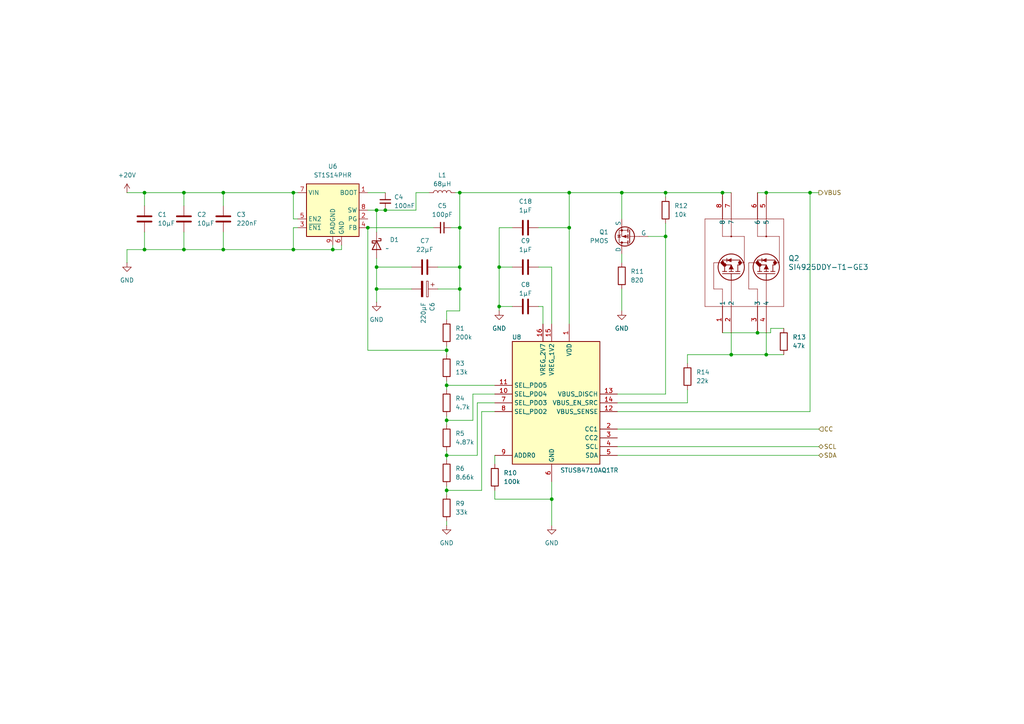
<source format=kicad_sch>
(kicad_sch (version 20231120) (generator "eeschema") (generator_version "8.0")
  (paper "A4")
  (lib_symbols
    (symbol "Device:C" (pin_numbers hide) (pin_names (offset 0.254))
      (property "Reference" "C" (at 0.635 2.54 0))
      (property "Value" "C" (at 0.635 -2.54 0))
      (symbol "C_0_1"
        (polyline (pts (xy -2.032 -0.762) (xy 2.032 -0.762)) (stroke (width 0.508)))
        (polyline (pts (xy -2.032 0.762) (xy 2.032 0.762)) (stroke (width 0.508)))
      )
      (symbol "C_1_1"
        (pin passive line (at 0 3.81 270) (length 2.794) (name "~") (number "1"))
        (pin passive line (at 0 -3.81 90) (length 2.794) (name "~") (number "2"))
      )
    )
    (symbol "Device:C_Polarized" (pin_numbers hide) (pin_names (offset 0.254))
      (property "Reference" "C" (at 0.635 2.54 0))
      (property "Value" "C_Polarized" (at 0.635 -2.54 0))
      (symbol "C_Polarized_0_1"
        (rectangle (start -2.286 0.508) (end 2.286 1.016))
        (polyline (pts (xy -1.778 2.286) (xy -0.762 2.286)))
        (polyline (pts (xy -1.27 2.794) (xy -1.27 1.778)))
        (rectangle (start 2.286 -0.508) (end -2.286 -1.016) (fill (type outline)))
      )
      (symbol "C_Polarized_1_1"
        (pin passive line (at 0 3.81 270) (length 2.794) (name "~") (number "1"))
        (pin passive line (at 0 -3.81 90) (length 2.794) (name "~") (number "2"))
      )
    )
    (symbol "Device:C_Small" (pin_numbers hide) (pin_names (offset 0.254) hide)
      (property "Reference" "C" (at 0.254 1.778 0))
      (property "Value" "C_Small" (at 0.254 -2.032 0))
      (symbol "C_Small_0_1"
        (polyline (pts (xy -1.524 -0.508) (xy 1.524 -0.508)) (stroke (width 0.3302)))
        (polyline (pts (xy -1.524 0.508) (xy 1.524 0.508)) (stroke (width 0.3048)))
      )
      (symbol "C_Small_1_1"
        (pin passive line (at 0 2.54 270) (length 2.032) (name "~") (number "1"))
        (pin passive line (at 0 -2.54 90) (length 2.032) (name "~") (number "2"))
      )
    )
    (symbol "Device:D_Schottky" (pin_numbers hide) (pin_names (offset 1.016) hide)
      (property "Reference" "D" (at 0 2.54 0))
      (property "Value" "D_Schottky" (at 0 -2.54 0))
      (symbol "D_Schottky_0_1"
        (polyline (pts (xy 1.27 0) (xy -1.27 0)))
        (polyline (pts (xy 1.27 1.27) (xy 1.27 -1.27) (xy -1.27 0) (xy 1.27 1.27)) (stroke (width 0.254)))
        (polyline (pts (xy -1.905 0.635) (xy -1.905 1.27) (xy -1.27 1.27) (xy -1.27 -1.27) (xy -0.635 -1.27) (xy -0.635 -0.635)) (stroke (width 0.254)))
      )
      (symbol "D_Schottky_1_1"
        (pin passive line (at -3.81 0 0) (length 2.54) (name "K") (number "1"))
        (pin passive line (at 3.81 0 180) (length 2.54) (name "A") (number "2"))
      )
    )
    (symbol "Device:L" (pin_numbers hide) (pin_names (offset 1.016) hide)
      (property "Reference" "L" (at -1.27 0 90))
      (property "Value" "L" (at 1.905 0 90))
      (symbol "L_0_1"
        (arc (start 0 -2.54) (mid 0.6323 -1.905) (end 0 -1.27))
        (arc (start 0 -1.27) (mid 0.6323 -0.635) (end 0 0))
        (arc (start 0 0) (mid 0.6323 0.635) (end 0 1.27))
        (arc (start 0 1.27) (mid 0.6323 1.905) (end 0 2.54))
      )
      (symbol "L_1_1"
        (pin passive line (at 0 3.81 270) (length 1.27) (name "1") (number "1"))
        (pin passive line (at 0 -3.81 90) (length 1.27) (name "2") (number "2"))
      )
    )
    (symbol "Device:R" (pin_numbers hide) (pin_names (offset 0))
      (property "Reference" "R" (at 2.032 0 90))
      (property "Value" "R" (at 0 0 90))
      (symbol "R_0_1"
        (rectangle (start -1.016 -2.54) (end 1.016 2.54) (stroke (width 0.254)))
      )
      (symbol "R_1_1"
        (pin passive line (at 0 3.81 270) (length 1.27) (name "~") (number "1"))
        (pin passive line (at 0 -3.81 90) (length 1.27) (name "~") (number "2"))
      )
    )
    (symbol "Regulator_Switching:ST1S14PHR"
      (property "Reference" "U6" (at 0 12.7 0))
      (property "Value" "ST1S14PHR" (at 0 10.16 0))
      (symbol "ST1S14PHR_0_1"
        (rectangle (start -7.62 7.62) (end 7.62 -7.62) (stroke (width 0.254)) (fill (type background)))
      )
      (symbol "ST1S14PHR_1_1"
        (pin input line (at 10.16 5.08 180) (length 2.54) (name "BOOT") (number "1"))
        (pin output line (at 10.16 -2.54 180) (length 2.54) (name "PG") (number "2"))
        (pin input line (at -10.16 -5.08 0) (length 2.54) (name "~{EN1}") (number "3"))
        (pin input line (at 10.16 -5.08 180) (length 2.54) (name "FB") (number "4"))
        (pin input line (at -10.16 -2.54 0) (length 2.54) (name "EN2") (number "5"))
        (pin power_in line (at 2.54 -10.16 90) (length 2.54) (name "GND") (number "6"))
        (pin power_in line (at -10.16 5.08 0) (length 2.54) (name "VIN") (number "7"))
        (pin output line (at 10.16 0 180) (length 2.54) (name "SW") (number "8"))
        (pin power_in line (at 0 -10.16 90) (length 2.54) (name "PADGND") (number "9"))
      )
    )
    (symbol "SI4925DDY-T1-GE3:SI4925DDY-T1-GE3" (pin_names (offset 0.254))
      (property "Reference" "MOSFET" (at 20.32 10.16 0))
      (property "Value" "SI4925DDY-T1-GE3" (at 20.32 7.62 0))
      (symbol "SI4925DDY-T1-GE3_0_1"
        (polyline (pts (xy 7.62 -17.78) (xy 33.02 -17.78)) (stroke (width 0.127)))
        (polyline (pts (xy 7.62 -12.7) (xy 15.24 -12.7)) (stroke (width 0.127)))
        (polyline (pts (xy 7.62 -10.16) (xy 12.7 -10.16)) (stroke (width 0.127)))
        (polyline (pts (xy 7.62 -2.54) (xy 15.24 -2.54)) (stroke (width 0.127)))
        (polyline (pts (xy 7.62 0) (xy 12.7 0)) (stroke (width 0.127)))
        (polyline (pts (xy 7.62 5.08) (xy 7.62 -17.78)) (stroke (width 0.127)))
        (polyline (pts (xy 12.7 -10.16) (xy 12.7 -7.62)) (stroke (width 0.127)))
        (polyline (pts (xy 12.7 -7.62) (xy 20.32 -7.62)) (stroke (width 0.127)))
        (polyline (pts (xy 12.7 0) (xy 12.7 2.54)) (stroke (width 0.127)))
        (polyline (pts (xy 12.7 2.54) (xy 20.32 2.54)) (stroke (width 0.127)))
        (polyline (pts (xy 15.24 -12.7) (xy 17.145 -12.7)) (stroke (width 0.2032)))
        (polyline (pts (xy 15.24 -2.54) (xy 17.145 -2.54)) (stroke (width 0.2032)))
        (polyline (pts (xy 17.145 -10.16) (xy 17.145 -15.24)) (stroke (width 0.2032)))
        (polyline (pts (xy 17.145 0) (xy 17.145 -5.08)) (stroke (width 0.2032)))
        (polyline (pts (xy 17.78 -14.605) (xy 19.685 -14.605)) (stroke (width 0.2032)))
        (polyline (pts (xy 17.78 -13.97) (xy 17.78 -15.24)) (stroke (width 0.2032)))
        (polyline (pts (xy 17.78 -12.7) (xy 19.685 -12.7)) (stroke (width 0.2032)))
        (polyline (pts (xy 17.78 -12.065) (xy 17.78 -13.335)) (stroke (width 0.2032)))
        (polyline (pts (xy 17.78 -10.795) (xy 19.685 -10.795)) (stroke (width 0.2032)))
        (polyline (pts (xy 17.78 -10.16) (xy 17.78 -11.43)) (stroke (width 0.2032)))
        (polyline (pts (xy 17.78 -4.445) (xy 19.685 -4.445)) (stroke (width 0.2032)))
        (polyline (pts (xy 17.78 -3.81) (xy 17.78 -5.08)) (stroke (width 0.2032)))
        (polyline (pts (xy 17.78 -2.54) (xy 19.685 -2.54)) (stroke (width 0.2032)))
        (polyline (pts (xy 17.78 -1.905) (xy 17.78 -3.175)) (stroke (width 0.2032)))
        (polyline (pts (xy 17.78 -0.635) (xy 19.685 -0.635)) (stroke (width 0.2032)))
        (polyline (pts (xy 17.78 0) (xy 17.78 -1.27)) (stroke (width 0.2032)))
        (polyline (pts (xy 19.685 -15.24) (xy 21.082 -15.24)) (stroke (width 0.2032)))
        (polyline (pts (xy 19.685 -14.605) (xy 19.685 -15.24)) (stroke (width 0.2032)))
        (polyline (pts (xy 19.685 -10.16) (xy 19.685 -12.7)) (stroke (width 0.2032)))
        (polyline (pts (xy 19.685 -10.16) (xy 21.082 -10.16)) (stroke (width 0.2032)))
        (polyline (pts (xy 19.685 -5.08) (xy 21.082 -5.08)) (stroke (width 0.2032)))
        (polyline (pts (xy 19.685 -4.445) (xy 19.685 -5.08)) (stroke (width 0.2032)))
        (polyline (pts (xy 19.685 0) (xy 19.685 -2.54)) (stroke (width 0.2032)))
        (polyline (pts (xy 19.685 0) (xy 21.082 0)) (stroke (width 0.2032)))
        (polyline (pts (xy 20.32 -15.24) (xy 20.32 -16.51)) (stroke (width 0.127)))
        (polyline (pts (xy 20.32 -7.62) (xy 20.32 -10.16)) (stroke (width 0.127)))
        (polyline (pts (xy 20.32 -5.08) (xy 20.32 -6.35)) (stroke (width 0.127)))
        (polyline (pts (xy 20.32 2.54) (xy 20.32 0)) (stroke (width 0.127)))
        (polyline (pts (xy 21.082 -10.16) (xy 21.082 -15.24)) (stroke (width 0.2032)))
        (polyline (pts (xy 21.082 0) (xy 21.082 -5.08)) (stroke (width 0.2032)))
        (polyline (pts (xy 21.59 -11.43) (xy 20.574 -11.43)) (stroke (width 0.2032)))
        (polyline (pts (xy 21.59 -1.27) (xy 20.574 -1.27)) (stroke (width 0.2032)))
        (polyline (pts (xy 27.94 -16.51) (xy 20.32 -16.51)) (stroke (width 0.127)))
        (polyline (pts (xy 27.94 -10.16) (xy 27.94 -16.51)) (stroke (width 0.127)))
        (polyline (pts (xy 27.94 -6.35) (xy 20.32 -6.35)) (stroke (width 0.127)))
        (polyline (pts (xy 27.94 0) (xy 27.94 -6.35)) (stroke (width 0.127)))
        (polyline (pts (xy 33.02 -17.78) (xy 33.02 5.08)) (stroke (width 0.127)))
        (polyline (pts (xy 33.02 -12.7) (xy 27.94 -12.7)) (stroke (width 0.127)))
        (polyline (pts (xy 33.02 -10.16) (xy 27.94 -10.16)) (stroke (width 0.127)))
        (polyline (pts (xy 33.02 -2.54) (xy 27.94 -2.54)) (stroke (width 0.127)))
        (polyline (pts (xy 33.02 0) (xy 27.94 0)) (stroke (width 0.127)))
        (polyline (pts (xy 33.02 5.08) (xy 7.62 5.08)) (stroke (width 0.127)))
        (polyline (pts (xy 18.415 -13.335) (xy 19.685 -12.7) (xy 18.415 -12.065)) (fill (type outline)))
        (polyline (pts (xy 18.415 -3.175) (xy 19.685 -2.54) (xy 18.415 -1.905)) (fill (type outline)))
        (polyline (pts (xy 21.59 -12.7) (xy 20.574 -12.7) (xy 21.082 -11.43)) (fill (type outline)))
        (polyline (pts (xy 21.59 -2.54) (xy 20.574 -2.54) (xy 21.082 -1.27)) (fill (type outline)))
        (circle (center 19.05 -12.7) (radius 3.81) (stroke (width 0.254)))
        (circle (center 19.05 -2.54) (radius 3.81) (stroke (width 0.254)))
        (circle (center 19.685 -10.795) (radius 0.0254) (stroke (width 0.508)))
        (circle (center 19.685 -0.635) (radius 0.0254) (stroke (width 0.508)))
        (circle (center 20.32 -15.24) (radius 0.0254) (stroke (width 0.508)))
        (circle (center 20.32 -10.16) (radius 0.0254) (stroke (width 0.508)))
        (circle (center 20.32 -5.08) (radius 0.0254) (stroke (width 0.508)))
        (circle (center 20.32 0) (radius 0.0254) (stroke (width 0.508)))
        (circle (center 27.94 -12.7) (radius 0.127) (stroke (width 0.254)))
        (circle (center 27.94 -2.54) (radius 0.127) (stroke (width 0.254)))
        (pin unspecified line (at 0 0 0) (length 7.62) (name "1") (number "1"))
        (pin unspecified line (at 0 -2.54 0) (length 7.62) (name "2") (number "2"))
        (pin unspecified line (at 0 -10.16 0) (length 7.62) (name "3") (number "3"))
        (pin unspecified line (at 0 -12.7 0) (length 7.62) (name "4") (number "4"))
        (pin unspecified line (at 40.64 -12.7 180) (length 7.62) (name "5") (number "5"))
        (pin unspecified line (at 40.64 -10.16 180) (length 7.62) (name "6") (number "6"))
        (pin unspecified line (at 40.64 -2.54 180) (length 7.62) (name "7") (number "7"))
        (pin unspecified line (at 40.64 0 180) (length 7.62) (name "8") (number "8"))
      )
    )
    (symbol "STUSB4710AQ1TR:STUSB4710AQ1TR"
      (property "Reference" "U8" (at 6.35 13.97 0))
      (property "Value" "STUSB4710AQ1TR" (at 27.432 -24.638 0))
      (symbol "STUSB4710AQ1TR_1_1"
        (rectangle (start 5.08 12.7) (end 30.48 -22.86) (stroke (width 0.254)) (fill (type background)))
        (pin passive line (at 21.59 17.78 270) (length 5.08) (name "VDD") (number "1"))
        (pin passive line (at 0 -2.54 0) (length 5.08) (name "SEL_PDO4") (number "10"))
        (pin passive line (at 0 0 0) (length 5.08) (name "SEL_PDO5") (number "11"))
        (pin passive line (at 35.56 -7.62 180) (length 5.08) (name "VBUS_SENSE") (number "12"))
        (pin passive line (at 35.56 -2.54 180) (length 5.08) (name "VBUS_DISCH") (number "13"))
        (pin passive line (at 35.56 -5.08 180) (length 5.08) (name "VBUS_EN_SRC") (number "14"))
        (pin passive line (at 16.51 17.78 270) (length 5.08) (name "VREG_1V2") (number "15"))
        (pin passive line (at 13.97 17.78 270) (length 5.08) (name "VREG_2V7") (number "16"))
        (pin passive line (at 35.56 -12.7 180) (length 5.08) (name "CC1") (number "2"))
        (pin passive line (at 35.56 -15.24 180) (length 5.08) (name "CC2") (number "3"))
        (pin passive line (at 35.56 -17.78 180) (length 5.08) (name "SCL") (number "4"))
        (pin passive line (at 35.56 -20.32 180) (length 5.08) (name "SDA") (number "5"))
        (pin passive line (at 16.51 -27.94 90) (length 5.08) (name "GND") (number "6"))
        (pin passive line (at 0 -5.08 0) (length 5.08) (name "SEL_PDO3") (number "7"))
        (pin passive line (at 0 -7.62 0) (length 5.08) (name "SEL_PDO2") (number "8"))
        (pin passive line (at 0 -20.32 0) (length 5.08) (name "ADDR0") (number "9"))
      )
    )
    (symbol "Simulation_SPICE:PMOS" (pin_numbers hide) (pin_names (offset 0))
      (property "Reference" "Q" (at 5.08 1.27 0))
      (property "Value" "PMOS" (at 5.08 -1.27 0))
      (symbol "PMOS_0_1"
        (polyline (pts (xy 0.254 0) (xy -2.54 0)))
        (polyline (pts (xy 0.254 1.905) (xy 0.254 -1.905)) (stroke (width 0.254)))
        (polyline (pts (xy 0.762 -1.27) (xy 0.762 -2.286)) (stroke (width 0.254)))
        (polyline (pts (xy 0.762 0.508) (xy 0.762 -0.508)) (stroke (width 0.254)))
        (polyline (pts (xy 0.762 2.286) (xy 0.762 1.27)) (stroke (width 0.254)))
        (polyline (pts (xy 2.54 2.54) (xy 2.54 1.778)))
        (polyline (pts (xy 2.54 -2.54) (xy 2.54 0) (xy 0.762 0)))
        (polyline (pts (xy 0.762 1.778) (xy 3.302 1.778) (xy 3.302 -1.778) (xy 0.762 -1.778)))
        (polyline (pts (xy 2.286 0) (xy 1.27 0.381) (xy 1.27 -0.381) (xy 2.286 0)) (fill (type outline)))
        (polyline (pts (xy 2.794 -0.508) (xy 2.921 -0.381) (xy 3.683 -0.381) (xy 3.81 -0.254)))
        (polyline (pts (xy 3.302 -0.381) (xy 2.921 0.254) (xy 3.683 0.254) (xy 3.302 -0.381)))
        (circle (center 1.651 0) (radius 2.794) (stroke (width 0.254)))
        (circle (center 2.54 -1.778) (radius 0.254) (fill (type outline)))
        (circle (center 2.54 1.778) (radius 0.254) (fill (type outline)))
      )
      (symbol "PMOS_1_1"
        (pin passive line (at 2.54 5.08 270) (length 2.54) (name "D") (number "1"))
        (pin input line (at -5.08 0 0) (length 2.54) (name "G") (number "2"))
        (pin passive line (at 2.54 -5.08 90) (length 2.54) (name "S") (number "3"))
      )
    )
    (symbol "XG_Mobile:+20V" (power) (pin_numbers hide) (pin_names (offset 0) hide)
      (property "Value" "+20V" (at 0 3.556 0))
      (symbol "+20V_0_1"
        (polyline (pts (xy -0.762 1.27) (xy 0 2.54)))
        (polyline (pts (xy 0 0) (xy 0 2.54)))
        (polyline (pts (xy 0 2.54) (xy 0.762 1.27)))
      )
      (symbol "+20V_1_1"
        (pin power_in line (at 0 0 90) (length 0) (name "~") (number "1"))
      )
    )
    (symbol "power:GND" (power) (pin_numbers hide) (pin_names (offset 0) hide)
      (property "Value" "GND" (at 0 -3.81 0))
      (symbol "GND_0_1"
        (polyline (pts (xy 0 0) (xy 0 -1.27) (xy 1.27 -1.27) (xy 0 -2.54) (xy -1.27 -1.27) (xy 0 -1.27)))
      )
      (symbol "GND_1_1"
        (pin power_in line (at 0 0 270) (length 0) (name "~") (number "1"))
      )
    )
  )
  (junction (at 129.54 121.92))
  (junction (at 129.54 132.08))
  (junction (at 129.54 111.76))
  (junction (at 212.09 102.87))
  (junction (at 53.34 72.39))
  (junction (at 144.78 77.47))
  (junction (at 222.25 55.88))
  (junction (at 219.71 96.52))
  (junction (at 180.34 55.88))
  (junction (at 133.35 55.88))
  (junction (at 106.68 66.04))
  (junction (at 222.25 102.87))
  (junction (at 129.54 101.6))
  (junction (at 64.77 55.88))
  (junction (at 234.95 55.88))
  (junction (at 109.22 83.82))
  (junction (at 193.04 68.58))
  (junction (at 64.77 72.39))
  (junction (at 53.34 55.88))
  (junction (at 133.35 77.47))
  (junction (at 85.09 72.39))
  (junction (at 111.76 60.96))
  (junction (at 160.02 144.78))
  (junction (at 209.55 55.88))
  (junction (at 165.1 55.88))
  (junction (at 41.91 72.39))
  (junction (at 85.09 55.88))
  (junction (at 133.35 66.04))
  (junction (at 133.35 83.82))
  (junction (at 96.52 72.39))
  (junction (at 165.1 66.04))
  (junction (at 193.04 55.88))
  (junction (at 41.91 55.88))
  (junction (at 109.22 60.96))
  (junction (at 144.78 88.9))
  (junction (at 129.54 142.24))
  (junction (at 109.22 77.47))
  (wire (pts (xy 129.54 142.24) (xy 129.54 143.51)))
  (wire (pts (xy 143.51 114.3) (xy 137.16 114.3)))
  (wire (pts (xy 157.48 88.9) (xy 156.21 88.9)))
  (wire (pts (xy 41.91 72.39) (xy 36.83 72.39)))
  (wire (pts (xy 222.25 55.88) (xy 234.95 55.88)))
  (wire (pts (xy 53.34 67.31) (xy 53.34 72.39)))
  (wire (pts (xy 133.35 77.47) (xy 133.35 83.82)))
  (wire (pts (xy 209.55 96.52) (xy 219.71 96.52)))
  (wire (pts (xy 129.54 90.17) (xy 133.35 90.17)))
  (wire (pts (xy 160.02 144.78) (xy 160.02 152.4)))
  (wire (pts (xy 212.09 102.87) (xy 212.09 96.52)))
  (wire (pts (xy 85.09 63.5) (xy 85.09 55.88)))
  (wire (pts (xy 99.06 72.39) (xy 96.52 72.39)))
  (wire (pts (xy 143.51 119.38) (xy 139.7 119.38)))
  (wire (pts (xy 129.54 101.6) (xy 129.54 102.87)))
  (wire (pts (xy 111.76 60.96) (xy 120.65 60.96)))
  (wire (pts (xy 53.34 55.88) (xy 41.91 55.88)))
  (wire (pts (xy 129.54 92.71) (xy 129.54 90.17)))
  (wire (pts (xy 193.04 55.88) (xy 209.55 55.88)))
  (wire (pts (xy 106.68 60.96) (xy 109.22 60.96)))
  (wire (pts (xy 127 83.82) (xy 133.35 83.82)))
  (wire (pts (xy 165.1 93.98) (xy 165.1 66.04)))
  (wire (pts (xy 129.54 100.33) (xy 129.54 101.6)))
  (wire (pts (xy 129.54 142.24) (xy 129.54 140.97)))
  (wire (pts (xy 209.55 55.88) (xy 212.09 55.88)))
  (wire (pts (xy 144.78 77.47) (xy 144.78 88.9)))
  (wire (pts (xy 109.22 83.82) (xy 109.22 87.63)))
  (wire (pts (xy 99.06 71.12) (xy 99.06 72.39)))
  (wire (pts (xy 129.54 101.6) (xy 106.68 101.6)))
  (wire (pts (xy 129.54 151.13) (xy 129.54 152.4)))
  (wire (pts (xy 138.43 116.84) (xy 138.43 132.08)))
  (wire (pts (xy 133.35 55.88) (xy 165.1 55.88)))
  (wire (pts (xy 137.16 121.92) (xy 129.54 121.92)))
  (wire (pts (xy 41.91 55.88) (xy 41.91 59.69)))
  (wire (pts (xy 129.54 132.08) (xy 129.54 130.81)))
  (wire (pts (xy 193.04 114.3) (xy 193.04 68.58)))
  (wire (pts (xy 86.36 63.5) (xy 85.09 63.5)))
  (wire (pts (xy 64.77 67.31) (xy 64.77 72.39)))
  (wire (pts (xy 106.68 55.88) (xy 111.76 55.88)))
  (wire (pts (xy 179.07 124.46) (xy 237.49 124.46)))
  (wire (pts (xy 53.34 59.69) (xy 53.34 55.88)))
  (wire (pts (xy 180.34 83.82) (xy 180.34 90.17)))
  (wire (pts (xy 132.08 55.88) (xy 133.35 55.88)))
  (wire (pts (xy 199.39 105.41) (xy 199.39 102.87)))
  (wire (pts (xy 180.34 55.88) (xy 193.04 55.88)))
  (wire (pts (xy 36.83 55.88) (xy 41.91 55.88)))
  (wire (pts (xy 199.39 116.84) (xy 199.39 113.03)))
  (wire (pts (xy 165.1 55.88) (xy 165.1 66.04)))
  (wire (pts (xy 64.77 59.69) (xy 64.77 55.88)))
  (wire (pts (xy 219.71 96.52) (xy 223.52 96.52)))
  (wire (pts (xy 179.07 132.08) (xy 237.49 132.08)))
  (wire (pts (xy 138.43 132.08) (xy 129.54 132.08)))
  (wire (pts (xy 129.54 121.92) (xy 129.54 123.19)))
  (wire (pts (xy 96.52 71.12) (xy 96.52 72.39)))
  (wire (pts (xy 109.22 60.96) (xy 111.76 60.96)))
  (wire (pts (xy 127 77.47) (xy 133.35 77.47)))
  (wire (pts (xy 86.36 66.04) (xy 85.09 66.04)))
  (wire (pts (xy 222.25 102.87) (xy 222.25 96.52)))
  (wire (pts (xy 179.07 119.38) (xy 234.95 119.38)))
  (wire (pts (xy 165.1 55.88) (xy 180.34 55.88)))
  (wire (pts (xy 160.02 77.47) (xy 156.21 77.47)))
  (wire (pts (xy 179.07 116.84) (xy 199.39 116.84)))
  (wire (pts (xy 120.65 55.88) (xy 124.46 55.88)))
  (wire (pts (xy 133.35 66.04) (xy 130.81 66.04)))
  (wire (pts (xy 160.02 93.98) (xy 160.02 77.47)))
  (wire (pts (xy 160.02 139.7) (xy 160.02 144.78)))
  (wire (pts (xy 180.34 73.66) (xy 180.34 76.2)))
  (wire (pts (xy 133.35 66.04) (xy 133.35 77.47)))
  (wire (pts (xy 148.59 66.04) (xy 144.78 66.04)))
  (wire (pts (xy 139.7 119.38) (xy 139.7 142.24)))
  (wire (pts (xy 85.09 55.88) (xy 86.36 55.88)))
  (wire (pts (xy 109.22 74.93) (xy 109.22 77.47)))
  (wire (pts (xy 96.52 72.39) (xy 85.09 72.39)))
  (wire (pts (xy 143.51 116.84) (xy 138.43 116.84)))
  (wire (pts (xy 53.34 55.88) (xy 64.77 55.88)))
  (wire (pts (xy 133.35 66.04) (xy 133.35 55.88)))
  (wire (pts (xy 144.78 88.9) (xy 144.78 90.17)))
  (wire (pts (xy 193.04 57.15) (xy 193.04 55.88)))
  (wire (pts (xy 144.78 66.04) (xy 144.78 77.47)))
  (wire (pts (xy 129.54 132.08) (xy 129.54 133.35)))
  (wire (pts (xy 199.39 102.87) (xy 212.09 102.87)))
  (wire (pts (xy 139.7 142.24) (xy 129.54 142.24)))
  (wire (pts (xy 143.51 144.78) (xy 160.02 144.78)))
  (wire (pts (xy 106.68 101.6) (xy 106.68 66.04)))
  (wire (pts (xy 157.48 93.98) (xy 157.48 88.9)))
  (wire (pts (xy 179.07 129.54) (xy 237.49 129.54)))
  (wire (pts (xy 106.68 66.04) (xy 125.73 66.04)))
  (wire (pts (xy 219.71 55.88) (xy 222.25 55.88)))
  (wire (pts (xy 129.54 110.49) (xy 129.54 111.76)))
  (wire (pts (xy 85.09 72.39) (xy 64.77 72.39)))
  (wire (pts (xy 148.59 77.47) (xy 144.78 77.47)))
  (wire (pts (xy 234.95 119.38) (xy 234.95 55.88)))
  (wire (pts (xy 137.16 114.3) (xy 137.16 121.92)))
  (wire (pts (xy 193.04 68.58) (xy 193.04 64.77)))
  (wire (pts (xy 234.95 55.88) (xy 237.49 55.88)))
  (wire (pts (xy 143.51 132.08) (xy 143.51 134.62)))
  (wire (pts (xy 64.77 55.88) (xy 85.09 55.88)))
  (wire (pts (xy 143.51 111.76) (xy 129.54 111.76)))
  (wire (pts (xy 223.52 95.25) (xy 227.33 95.25)))
  (wire (pts (xy 222.25 102.87) (xy 227.33 102.87)))
  (wire (pts (xy 85.09 66.04) (xy 85.09 72.39)))
  (wire (pts (xy 133.35 83.82) (xy 133.35 90.17)))
  (wire (pts (xy 41.91 67.31) (xy 41.91 72.39)))
  (wire (pts (xy 143.51 142.24) (xy 143.51 144.78)))
  (wire (pts (xy 64.77 72.39) (xy 53.34 72.39)))
  (wire (pts (xy 109.22 77.47) (xy 109.22 83.82)))
  (wire (pts (xy 148.59 88.9) (xy 144.78 88.9)))
  (wire (pts (xy 223.52 95.25) (xy 223.52 96.52)))
  (wire (pts (xy 36.83 72.39) (xy 36.83 76.2)))
  (wire (pts (xy 109.22 60.96) (xy 109.22 67.31)))
  (wire (pts (xy 179.07 114.3) (xy 193.04 114.3)))
  (wire (pts (xy 180.34 55.88) (xy 180.34 63.5)))
  (wire (pts (xy 212.09 102.87) (xy 222.25 102.87)))
  (wire (pts (xy 129.54 111.76) (xy 129.54 113.03)))
  (wire (pts (xy 165.1 66.04) (xy 156.21 66.04)))
  (wire (pts (xy 187.96 68.58) (xy 193.04 68.58)))
  (wire (pts (xy 120.65 60.96) (xy 120.65 55.88)))
  (wire (pts (xy 109.22 77.47) (xy 119.38 77.47)))
  (wire (pts (xy 53.34 72.39) (xy 41.91 72.39)))
  (wire (pts (xy 129.54 121.92) (xy 129.54 120.65)))
  (wire (pts (xy 109.22 83.82) (xy 119.38 83.82)))
  (hierarchical_label "SCL" (shape bidirectional) (at 237.49 129.54 0))
  (hierarchical_label "CC" (shape input) (at 237.49 124.46 0))
  (hierarchical_label "VBUS" (shape output) (at 237.49 55.88 0))
  (hierarchical_label "SDA" (shape bidirectional) (at 237.49 132.08 0))
  (symbol (lib_id "Device:R") (at 143.51 138.43 0) (unit 1)
    (property "Reference" "R10" (at 146.05 137.1599 0) (effects (justify left)))
    (property "Value" "100k" (at 146.05 139.6999 0) (effects (justify left)))
    (property "Footprint" "Resistor_SMD:R_0402_1005Metric" (effects (hide yes)))
    (property "Description" "Resistor" (effects (hide yes)))
    (property "LCSC" "C25741" (effects (hide yes)))
    (property "Part_Number" "0402WGF1003TCE" (effects (hide yes)))
  )
  (symbol (lib_id "Regulator_Switching:ST1S14PHR") (at 96.52 60.96 0) (unit 1)
    (property "Reference" "U6" (at 96.52 48.26 0))
    (property "Value" "ST1S14PHR" (at 96.52 50.8 0))
    (property "Footprint" "Package_SO:TI_SO-PowerPAD-8" (effects (hide yes)))
    (property "Datasheet" "http://www.st.com/internet/com/TECHNICAL_RESOURCES/TECHNICAL_LITERATURE/DATASHEET/CD00285678.pdf" (effects (hide yes)))
    (property "Description" "3A step-down switching regulator, Adjustable Output Voltage, 5.5-48V Input Voltage, 850kHz, PowerSO-8" (effects (hide yes)))
  )
  (symbol (lib_id "Device:C_Small") (at 128.27 66.04 270) (unit 1)
    (property "Reference" "C5" (at 128.2636 59.69 90))
    (property "Value" "100pF" (at 128.2636 62.23 90))
    (property "Footprint" "Capacitor_SMD:C_0402_1005Metric" (effects (hide yes)))
    (property "Description" "Unpolarized capacitor, small symbol" (effects (hide yes)))
    (property "Part_Number" "0402CG101J500NT" (effects (hide yes)))
    (property "LCSC" "C1546" (effects (hide yes)))
  )
  (symbol (lib_id "Device:C") (at 41.91 63.5 0) (unit 1)
    (property "Reference" "C1" (at 45.72 62.2299 0) (effects (justify left)))
    (property "Value" "10µF" (at 45.72 64.7699 0) (effects (justify left)))
    (property "Footprint" "Capacitor_SMD:C_1206_3216Metric" (effects (hide yes)))
    (property "Description" "Unpolarized capacitor" (effects (hide yes)))
    (property "Part_Number" "CL31A106KBHNNNE" (effects (hide yes)))
    (property "LCSC" "C13585" (effects (hide yes)))
  )
  (symbol (lib_id "Device:C") (at 152.4 77.47 90) (unit 1)
    (property "Reference" "C9" (at 152.4 69.85 90))
    (property "Value" "1μF" (at 152.4 72.39 90))
    (property "Footprint" "Capacitor_SMD:C_0805_2012Metric" (effects (hide yes)))
    (property "Description" "Unpolarized capacitor" (effects (hide yes)))
    (property "Part_Number" "CL21B105KBFNNNE" (effects (hide yes)))
    (property "LCSC" "C28323" (effects (hide yes)))
  )
  (symbol (lib_id "Device:C") (at 53.34 63.5 0) (unit 1)
    (property "Reference" "C2" (at 57.15 62.2299 0) (effects (justify left)))
    (property "Value" "10µF" (at 57.15 64.7699 0) (effects (justify left)))
    (property "Footprint" "Capacitor_SMD:C_1206_3216Metric" (effects (hide yes)))
    (property "Description" "Unpolarized capacitor" (effects (hide yes)))
    (property "Part_Number" "CL31A106KBHNNNE" (effects (hide yes)))
    (property "LCSC" "C13585" (effects (hide yes)))
  )
  (symbol (lib_id "power:GND") (at 129.54 152.4 0) (unit 1)
    (property "Reference" "#PWR04" (effects (hide yes)))
    (property "Value" "GND" (at 129.54 157.48 0))
    (property "Description" "Power symbol creates a global label with name \"GND\" , ground" (effects (hide yes)))
  )
  (symbol (lib_id "Device:D_Schottky") (at 109.22 71.12 270) (unit 1)
    (property "Reference" "D1" (at 113.03 69.5324 90) (effects (justify left)))
    (property "Value" "~" (at 111.76 72.0724 90) (effects (justify left)))
    (property "Footprint" "Package_TO_SOT_SMD:TO-252-2" (effects (hide yes)))
    (property "Description" "Schottky diode" (effects (hide yes)))
    (property "Part_Number" "STPS5L25B" (effects (hide yes)))
    (property "LCSC" "C172489" (effects (hide yes)))
  )
  (symbol (lib_id "Device:R") (at 129.54 96.52 180) (unit 1)
    (property "Reference" "R1" (at 132.08 95.2499 0) (effects (justify right)))
    (property "Value" "200k" (at 132.08 97.7899 0) (effects (justify right)))
    (property "Footprint" "Resistor_SMD:R_0603_1608Metric_Pad0.98x0.95mm_HandSolder" (effects (hide yes)))
    (property "Description" "Resistor" (effects (hide yes)))
    (property "Part_Number" "0603WAF2003T5E" (effects (hide yes)))
    (property "LCSC" "C25811" (effects (hide yes)))
  )
  (symbol (lib_id "Device:R") (at 129.54 147.32 0) (unit 1)
    (property "Reference" "R9" (at 132.08 146.0499 0) (effects (justify left)))
    (property "Value" "33k" (at 132.08 148.5899 0) (effects (justify left)))
    (property "Footprint" "Resistor_SMD:R_0603_1608Metric_Pad0.98x0.95mm_HandSolder" (effects (hide yes)))
    (property "Description" "Resistor" (effects (hide yes)))
    (property "Part_Number" "0603WAF3302T5E" (effects (hide yes)))
    (property "LCSC" "C4216" (effects (hide yes)))
  )
  (symbol (lib_id "STUSB4710AQ1TR:STUSB4710AQ1TR") (at 143.51 111.76 0) (unit 1)
    (property "Reference" "U8" (at 149.86 97.79 0))
    (property "Value" "STUSB4710AQ1TR" (at 170.942 136.398 0))
    (property "Footprint" "STUSB4710AQ1TR:QFN50P300X300X65-16N" (effects (hide yes)))
    (property "Datasheet" "https://www.st.com/resource/en/datasheet/stusb4710.pdf" (effects (hide yes)))
    (property "Description" "Stand-alone USB PD controller (with short-to-VBUS protection)" (effects (hide yes)))
    (property "Height" "0.65" (effects (hide yes)))
    (property "Manufacturer_Name" "STMicroelectronics" (effects (hide yes)))
    (property "Manufacturer_Part_Number" "STUSB4710AQ1TR" (effects (hide yes)))
    (property "Mouser Part Number" "511-STUSB4710AQ1TR" (effects (hide yes)))
    (property "Mouser Price/Stock" "https://www.mouser.co.uk/ProductDetail/STMicroelectronics/STUSB4710AQ1TR?qs=5aG0NVq1C4yCe%252Bv%252Bl%252BvPOA%3D%3D" (effects (hide yes)))
    (property "Arrow Part Number" "STUSB4710AQ1TR" (effects (hide yes)))
    (property "Arrow Price/Stock" "https://www.arrow.com/en/products/stusb4710aq1tr/stmicroelectronics?region=nac" (effects (hide yes)))
  )
  (symbol (lib_id "Device:R") (at 193.04 60.96 0) (unit 1)
    (property "Reference" "R12" (at 195.58 59.6899 0) (effects (justify left)))
    (property "Value" "10k" (at 195.58 62.2299 0) (effects (justify left)))
    (property "Footprint" "Resistor_SMD:R_0402_1005Metric" (effects (hide yes)))
    (property "Description" "Resistor" (effects (hide yes)))
    (property "Part_Number" "0402WGF1002TCE" (effects (hide yes)))
    (property "LCSC" "C25744" (effects (hide yes)))
  )
  (symbol (lib_id "Simulation_SPICE:PMOS") (at 182.88 68.58 180) (unit 1)
    (property "Reference" "Q1" (at 176.53 67.3099 0) (effects (justify left)))
    (property "Value" "PMOS" (at 176.53 69.8499 0) (effects (justify left)))
    (property "Footprint" "Package_TO_SOT_SMD:SOT-23" (effects (hide yes)))
    (property "Datasheet" "https://ngspice.sourceforge.io/docs/ngspice-html-manual/manual.xhtml#cha_MOSFETs" (effects (hide yes)))
    (property "Description" "P-MOSFET transistor, drain/source/gate" (effects (hide yes)))
    (property "Sim.Device" "PMOS" (effects (hide yes)))
    (property "Sim.Type" "VDMOS" (effects (hide yes)))
    (property "Sim.Pins" "1=D 2=G 3=S" (effects (hide yes)))
    (property "Part_Number" "STR2P3LLH6" (effects (hide yes)))
    (property "LCSC" "C2969791" (effects (hide yes)))
  )
  (symbol (lib_id "Device:C_Small") (at 111.76 58.42 0) (unit 1)
    (property "Reference" "C4" (at 114.3 57.1562 0) (effects (justify left)))
    (property "Value" "100nF" (at 114.3 59.6962 0) (effects (justify left)))
    (property "Footprint" "Capacitor_SMD:C_0402_1005Metric" (effects (hide yes)))
    (property "Description" "Unpolarized capacitor, small symbol" (effects (hide yes)))
    (property "Part_Number" "CL05B104KB54PNC" (effects (hide yes)))
    (property "LCSC" "C307331" (effects (hide yes)))
  )
  (symbol (lib_id "power:GND") (at 109.22 87.63 0) (unit 1)
    (property "Reference" "#PWR03" (effects (hide yes)))
    (property "Value" "GND" (at 109.22 92.71 0))
    (property "Description" "Power symbol creates a global label with name \"GND\" , ground" (effects (hide yes)))
  )
  (symbol (lib_id "Device:R") (at 199.39 109.22 0) (unit 1)
    (property "Reference" "R14" (at 201.93 107.9499 0) (effects (justify left)))
    (property "Value" "22k" (at 201.93 110.4899 0) (effects (justify left)))
    (property "Footprint" "Resistor_SMD:R_0402_1005Metric" (effects (hide yes)))
    (property "Description" "Resistor" (effects (hide yes)))
    (property "Part_Number" "0402WGF2202TCE" (effects (hide yes)))
    (property "LCSC" "C25768" (effects (hide yes)))
  )
  (symbol (lib_id "Device:C") (at 123.19 77.47 90) (unit 1)
    (property "Reference" "C7" (at 123.19 69.85 90))
    (property "Value" "22μF" (at 123.19 72.39 90))
    (property "Footprint" "Capacitor_SMD:C_0805_2012Metric" (effects (hide yes)))
    (property "Description" "Unpolarized capacitor" (effects (hide yes)))
    (property "Part_Number" "CL21A226MAQNNNE" (effects (hide yes)))
    (property "LCSC" "C45783" (effects (hide yes)))
  )
  (symbol (lib_id "XG_Mobile:+20V") (at 36.83 55.88 0) (unit 1)
    (property "Reference" "#PWR01" (effects (hide yes)))
    (property "Value" "+20V" (at 36.83 50.8 0))
    (property "Description" "Power symbol creates a global label with name \"+20V\"" (effects (hide yes)))
  )
  (symbol (lib_id "power:GND") (at 36.83 76.2 0) (unit 1)
    (property "Reference" "#PWR02" (effects (hide yes)))
    (property "Value" "GND" (at 36.83 81.28 0))
    (property "Description" "Power symbol creates a global label with name \"GND\" , ground" (effects (hide yes)))
  )
  (symbol (lib_id "Device:R") (at 129.54 116.84 0) (unit 1)
    (property "Reference" "R4" (at 132.08 115.5699 0) (effects (justify left)))
    (property "Value" "4.7k" (at 132.08 118.1099 0) (effects (justify left)))
    (property "Footprint" "Resistor_SMD:R_0603_1608Metric_Pad0.98x0.95mm_HandSolder" (effects (hide yes)))
    (property "Description" "Resistor" (effects (hide yes)))
    (property "Part_Number" "0603WAF4701T5E" (effects (hide yes)))
    (property "LCSC" "C23162" (effects (hide yes)))
  )
  (symbol (lib_id "Device:R") (at 129.54 137.16 0) (unit 1)
    (property "Reference" "R6" (at 132.08 135.8899 0) (effects (justify left)))
    (property "Value" "8.66k" (at 132.08 138.4299 0) (effects (justify left)))
    (property "Footprint" "Resistor_SMD:R_0603_1608Metric_Pad0.98x0.95mm_HandSolder" (effects (hide yes)))
    (property "Description" "Resistor" (effects (hide yes)))
    (property "Part_Number" "0603WAF8661T5E" (effects (hide yes)))
    (property "LCSC" "C23114" (effects (hide yes)))
  )
  (symbol (lib_id "Device:C_Polarized") (at 123.19 83.82 270) (unit 1)
    (property "Reference" "C6" (at 125.3491 87.63 0) (effects (justify left)))
    (property "Value" "220μF" (at 122.8091 87.63 0) (effects (justify left)))
    (property "Footprint" "Capacitor_THT:CP_Radial_D8.0mm_P3.50mm" (effects (hide yes)))
    (property "Description" "Polarized capacitor" (effects (hide yes)))
    (property "Part_Number" "860020574012" (effects (hide yes)))
  )
  (symbol (lib_id "Device:L") (at 128.27 55.88 90) (unit 1)
    (property "Reference" "L1" (at 128.27 50.8 90))
    (property "Value" "68μH" (at 128.27 53.34 90))
    (property "Footprint" "Inductor_SMD:L_Wuerth_WE-PD-Typ-LS" (effects (hide yes)))
    (property "Description" "Inductor" (effects (hide yes)))
    (property "Part_Number" "7447709680" (effects (hide yes)))
    (property "LCSC" "C5155055" (effects (hide yes)))
  )
  (symbol (lib_id "Device:R") (at 129.54 127 0) (unit 1)
    (property "Reference" "R5" (at 132.08 125.7299 0) (effects (justify left)))
    (property "Value" "4.87k" (at 132.08 128.2699 0) (effects (justify left)))
    (property "Footprint" "Resistor_SMD:R_0603_1608Metric_Pad0.98x0.95mm_HandSolder" (effects (hide yes)))
    (property "Description" "Resistor" (effects (hide yes)))
    (property "Part_Number" "0603WAF4871T5E" (effects (hide yes)))
    (property "LCSC" "C23045" (effects (hide yes)))
  )
  (symbol (lib_id "SI4925DDY-T1-GE3:SI4925DDY-T1-GE3") (at 209.55 96.52 90) (unit 1)
    (property "Reference" "Q2" (at 228.6 74.9299 90) (effects (font (size 1.524 1.524)) (justify right)))
    (property "Value" "SI4925DDY-T1-GE3" (at 228.6 77.4699 90) (effects (font (size 1.524 1.524)) (justify right)))
    (property "Footprint" "SI4925DDY-T1-GE3:SOIC8_NARROW" (effects (hide yes)))
    (property "Datasheet" "SI4925DDY-T1-GE3" (effects (hide yes)))
    (property "Part_Number" "SI4925DDY-T1-GE3" (effects (hide yes)))
    (property "LCSC" "C469464" (effects (hide yes)))
  )
  (symbol (lib_id "Device:C") (at 152.4 66.04 90) (unit 1)
    (property "Reference" "C18" (at 152.4 58.42 90))
    (property "Value" "1μF" (at 152.4 60.96 90))
    (property "Footprint" "Capacitor_SMD:C_0805_2012Metric" (effects (hide yes)))
    (property "Description" "Unpolarized capacitor" (effects (hide yes)))
    (property "Part_Number" "CL21B105KBFNNNE" (effects (hide yes)))
    (property "LCSC" "C28323" (effects (hide yes)))
  )
  (symbol (lib_id "Device:R") (at 129.54 106.68 180) (unit 1)
    (property "Reference" "R3" (at 132.08 105.4099 0) (effects (justify right)))
    (property "Value" "13k" (at 132.08 107.9499 0) (effects (justify right)))
    (property "Footprint" "Resistor_SMD:R_0603_1608Metric_Pad0.98x0.95mm_HandSolder" (effects (hide yes)))
    (property "Description" "Resistor" (effects (hide yes)))
    (property "Part_Number" "0603WAF1302T5E" (effects (hide yes)))
    (property "LCSC" "C22797" (effects (hide yes)))
  )
  (symbol (lib_id "Device:C") (at 64.77 63.5 0) (unit 1)
    (property "Reference" "C3" (at 68.58 62.2299 0) (effects (justify left)))
    (property "Value" "220nF" (at 68.58 64.7699 0) (effects (justify left)))
    (property "Footprint" "Capacitor_SMD:C_1206_3216Metric" (effects (hide yes)))
    (property "Description" "Unpolarized capacitor" (effects (hide yes)))
    (property "Part_Number" "1206B224K500NT" (effects (hide yes)))
    (property "LCSC" "C1857" (effects (hide yes)))
  )
  (symbol (lib_id "Device:R") (at 227.33 99.06 0) (unit 1)
    (property "Reference" "R13" (at 229.87 97.7899 0) (effects (justify left)))
    (property "Value" "47k" (at 229.87 100.3299 0) (effects (justify left)))
    (property "Footprint" "Resistor_SMD:R_0402_1005Metric" (effects (hide yes)))
    (property "Description" "Resistor" (effects (hide yes)))
    (property "Part_Number" "0402WGF4702TCE" (effects (hide yes)))
    (property "LCSC" "C25792" (effects (hide yes)))
  )
  (symbol (lib_id "power:GND") (at 180.34 90.17 0) (unit 1)
    (property "Reference" "#PWR07" (effects (hide yes)))
    (property "Value" "GND" (at 180.34 95.25 0))
    (property "Description" "Power symbol creates a global label with name \"GND\" , ground" (effects (hide yes)))
  )
  (symbol (lib_id "Device:C") (at 152.4 88.9 90) (unit 1)
    (property "Reference" "C8" (at 152.4 82.55 90))
    (property "Value" "1μF" (at 152.4 85.09 90))
    (property "Footprint" "Capacitor_SMD:C_0805_2012Metric" (effects (hide yes)))
    (property "Description" "Unpolarized capacitor" (effects (hide yes)))
    (property "Part_Number" "CL21B105KBFNNNE" (effects (hide yes)))
    (property "LCSC" "C28323" (effects (hide yes)))
  )
  (symbol (lib_id "power:GND") (at 144.78 90.17 0) (unit 1)
    (property "Reference" "#PWR06" (effects (hide yes)))
    (property "Value" "GND" (at 144.78 95.25 0))
    (property "Description" "Power symbol creates a global label with name \"GND\" , ground" (effects (hide yes)))
  )
  (symbol (lib_id "power:GND") (at 160.02 152.4 0) (unit 1)
    (property "Reference" "#PWR05" (effects (hide yes)))
    (property "Value" "GND" (at 160.02 157.48 0))
    (property "Description" "Power symbol creates a global label with name \"GND\" , ground" (effects (hide yes)))
  )
  (symbol (lib_id "Device:R") (at 180.34 80.01 0) (unit 1)
    (property "Reference" "R11" (at 182.88 78.7399 0) (effects (justify left)))
    (property "Value" "820" (at 182.88 81.2799 0) (effects (justify left)))
    (property "Footprint" "Resistor_SMD:R_0603_1608Metric" (effects (hide yes)))
    (property "Description" "Resistor" (effects (hide yes)))
    (property "Part_Number" "0603WAF8200T5E" (effects (hide yes)))
    (property "LCSC" "C23253" (effects (hide yes)))
  )
)
</source>
